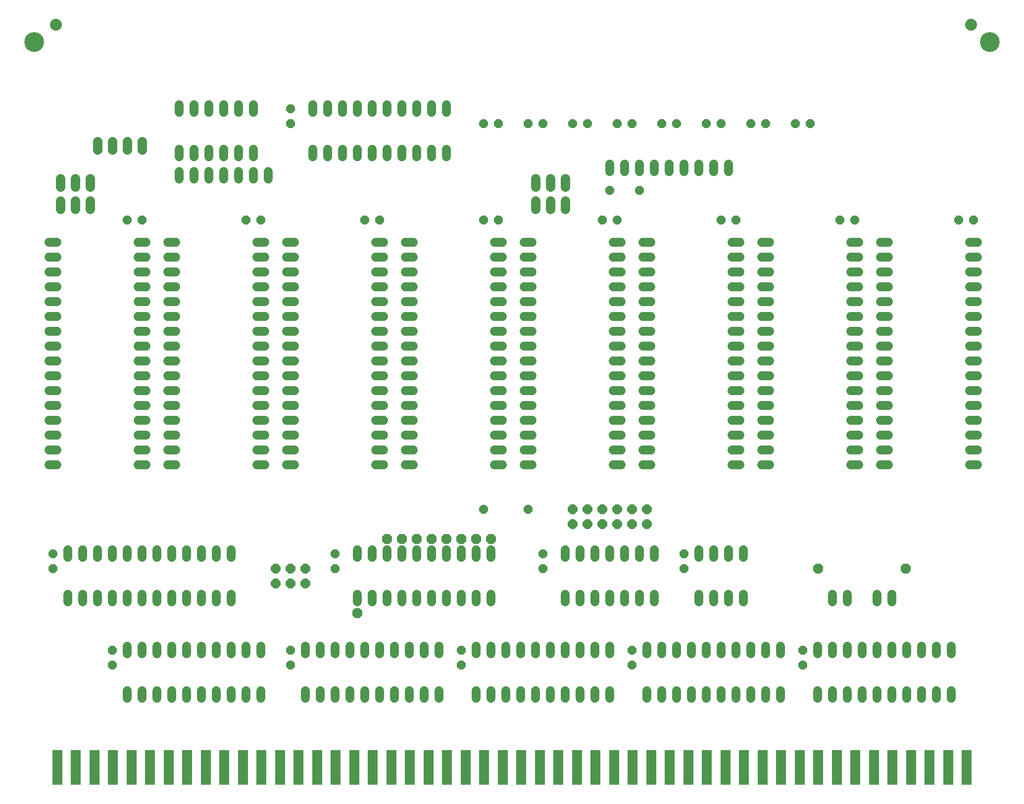
<source format=gts>
G75*
%MOIN*%
%OFA0B0*%
%FSLAX25Y25*%
%IPPOS*%
%LPD*%
%AMOC8*
5,1,8,0,0,1.08239X$1,22.5*
%
%ADD10C,0.06000*%
%ADD11R,0.06800X0.23800*%
%ADD12C,0.13300*%
%ADD13C,0.08000*%
%ADD14OC8,0.06000*%
%ADD15OC8,0.06800*%
%ADD16C,0.06400*%
%ADD17OC8,0.06400*%
D10*
X0091300Y0064250D02*
X0091300Y0069450D01*
X0101300Y0069450D02*
X0101300Y0064250D01*
X0111300Y0064250D02*
X0111300Y0069450D01*
X0121300Y0069450D02*
X0121300Y0064250D01*
X0131300Y0064250D02*
X0131300Y0069450D01*
X0141300Y0069450D02*
X0141300Y0064250D01*
X0151300Y0064250D02*
X0151300Y0069450D01*
X0161300Y0069450D02*
X0161300Y0064250D01*
X0171300Y0064250D02*
X0171300Y0069450D01*
X0181300Y0069450D02*
X0181300Y0064250D01*
X0211300Y0064250D02*
X0211300Y0069450D01*
X0221300Y0069450D02*
X0221300Y0064250D01*
X0231300Y0064250D02*
X0231300Y0069450D01*
X0241300Y0069450D02*
X0241300Y0064250D01*
X0251300Y0064250D02*
X0251300Y0069450D01*
X0261300Y0069450D02*
X0261300Y0064250D01*
X0271300Y0064250D02*
X0271300Y0069450D01*
X0281300Y0069450D02*
X0281300Y0064250D01*
X0291300Y0064250D02*
X0291300Y0069450D01*
X0301300Y0069450D02*
X0301300Y0064250D01*
X0326300Y0064250D02*
X0326300Y0069450D01*
X0336300Y0069450D02*
X0336300Y0064250D01*
X0346300Y0064250D02*
X0346300Y0069450D01*
X0356300Y0069450D02*
X0356300Y0064250D01*
X0366300Y0064250D02*
X0366300Y0069450D01*
X0376300Y0069450D02*
X0376300Y0064250D01*
X0386300Y0064250D02*
X0386300Y0069450D01*
X0396300Y0069450D02*
X0396300Y0064250D01*
X0406300Y0064250D02*
X0406300Y0069450D01*
X0416300Y0069450D02*
X0416300Y0064250D01*
X0441300Y0064250D02*
X0441300Y0069450D01*
X0451300Y0069450D02*
X0451300Y0064250D01*
X0461300Y0064250D02*
X0461300Y0069450D01*
X0471300Y0069450D02*
X0471300Y0064250D01*
X0481300Y0064250D02*
X0481300Y0069450D01*
X0491300Y0069450D02*
X0491300Y0064250D01*
X0501300Y0064250D02*
X0501300Y0069450D01*
X0511300Y0069450D02*
X0511300Y0064250D01*
X0521300Y0064250D02*
X0521300Y0069450D01*
X0531300Y0069450D02*
X0531300Y0064250D01*
X0556300Y0064250D02*
X0556300Y0069450D01*
X0566300Y0069450D02*
X0566300Y0064250D01*
X0576300Y0064250D02*
X0576300Y0069450D01*
X0586300Y0069450D02*
X0586300Y0064250D01*
X0596300Y0064250D02*
X0596300Y0069450D01*
X0606300Y0069450D02*
X0606300Y0064250D01*
X0616300Y0064250D02*
X0616300Y0069450D01*
X0626300Y0069450D02*
X0626300Y0064250D01*
X0636300Y0064250D02*
X0636300Y0069450D01*
X0646300Y0069450D02*
X0646300Y0064250D01*
X0646300Y0094250D02*
X0646300Y0099450D01*
X0636300Y0099450D02*
X0636300Y0094250D01*
X0626300Y0094250D02*
X0626300Y0099450D01*
X0616300Y0099450D02*
X0616300Y0094250D01*
X0606300Y0094250D02*
X0606300Y0099450D01*
X0596300Y0099450D02*
X0596300Y0094250D01*
X0586300Y0094250D02*
X0586300Y0099450D01*
X0576300Y0099450D02*
X0576300Y0094250D01*
X0566300Y0094250D02*
X0566300Y0099450D01*
X0556300Y0099450D02*
X0556300Y0094250D01*
X0531300Y0094250D02*
X0531300Y0099450D01*
X0521300Y0099450D02*
X0521300Y0094250D01*
X0511300Y0094250D02*
X0511300Y0099450D01*
X0501300Y0099450D02*
X0501300Y0094250D01*
X0491300Y0094250D02*
X0491300Y0099450D01*
X0481300Y0099450D02*
X0481300Y0094250D01*
X0471300Y0094250D02*
X0471300Y0099450D01*
X0461300Y0099450D02*
X0461300Y0094250D01*
X0451300Y0094250D02*
X0451300Y0099450D01*
X0441300Y0099450D02*
X0441300Y0094250D01*
X0416300Y0094250D02*
X0416300Y0099450D01*
X0406300Y0099450D02*
X0406300Y0094250D01*
X0396300Y0094250D02*
X0396300Y0099450D01*
X0386300Y0099450D02*
X0386300Y0094250D01*
X0376300Y0094250D02*
X0376300Y0099450D01*
X0366300Y0099450D02*
X0366300Y0094250D01*
X0356300Y0094250D02*
X0356300Y0099450D01*
X0346300Y0099450D02*
X0346300Y0094250D01*
X0336300Y0094250D02*
X0336300Y0099450D01*
X0326300Y0099450D02*
X0326300Y0094250D01*
X0301300Y0094250D02*
X0301300Y0099450D01*
X0291300Y0099450D02*
X0291300Y0094250D01*
X0281300Y0094250D02*
X0281300Y0099450D01*
X0271300Y0099450D02*
X0271300Y0094250D01*
X0261300Y0094250D02*
X0261300Y0099450D01*
X0251300Y0099450D02*
X0251300Y0094250D01*
X0241300Y0094250D02*
X0241300Y0099450D01*
X0231300Y0099450D02*
X0231300Y0094250D01*
X0221300Y0094250D02*
X0221300Y0099450D01*
X0211300Y0099450D02*
X0211300Y0094250D01*
X0181300Y0094250D02*
X0181300Y0099450D01*
X0171300Y0099450D02*
X0171300Y0094250D01*
X0161300Y0094250D02*
X0161300Y0099450D01*
X0151300Y0099450D02*
X0151300Y0094250D01*
X0141300Y0094250D02*
X0141300Y0099450D01*
X0131300Y0099450D02*
X0131300Y0094250D01*
X0121300Y0094250D02*
X0121300Y0099450D01*
X0111300Y0099450D02*
X0111300Y0094250D01*
X0101300Y0094250D02*
X0101300Y0099450D01*
X0091300Y0099450D02*
X0091300Y0094250D01*
X0091300Y0129250D02*
X0091300Y0134450D01*
X0081300Y0134450D02*
X0081300Y0129250D01*
X0071300Y0129250D02*
X0071300Y0134450D01*
X0061300Y0134450D02*
X0061300Y0129250D01*
X0051300Y0129250D02*
X0051300Y0134450D01*
X0051300Y0159250D02*
X0051300Y0164450D01*
X0061300Y0164450D02*
X0061300Y0159250D01*
X0071300Y0159250D02*
X0071300Y0164450D01*
X0081300Y0164450D02*
X0081300Y0159250D01*
X0091300Y0159250D02*
X0091300Y0164450D01*
X0101300Y0164450D02*
X0101300Y0159250D01*
X0111300Y0159250D02*
X0111300Y0164450D01*
X0121300Y0164450D02*
X0121300Y0159250D01*
X0131300Y0159250D02*
X0131300Y0164450D01*
X0141300Y0164450D02*
X0141300Y0159250D01*
X0151300Y0159250D02*
X0151300Y0164450D01*
X0161300Y0164450D02*
X0161300Y0159250D01*
X0161300Y0134450D02*
X0161300Y0129250D01*
X0151300Y0129250D02*
X0151300Y0134450D01*
X0141300Y0134450D02*
X0141300Y0129250D01*
X0131300Y0129250D02*
X0131300Y0134450D01*
X0121300Y0134450D02*
X0121300Y0129250D01*
X0111300Y0129250D02*
X0111300Y0134450D01*
X0101300Y0134450D02*
X0101300Y0129250D01*
X0098700Y0221850D02*
X0103900Y0221850D01*
X0103900Y0231850D02*
X0098700Y0231850D01*
X0098700Y0241850D02*
X0103900Y0241850D01*
X0103900Y0251850D02*
X0098700Y0251850D01*
X0098700Y0261850D02*
X0103900Y0261850D01*
X0103900Y0271850D02*
X0098700Y0271850D01*
X0098700Y0281850D02*
X0103900Y0281850D01*
X0103900Y0291850D02*
X0098700Y0291850D01*
X0098700Y0301850D02*
X0103900Y0301850D01*
X0103900Y0311850D02*
X0098700Y0311850D01*
X0098700Y0321850D02*
X0103900Y0321850D01*
X0103900Y0331850D02*
X0098700Y0331850D01*
X0098700Y0341850D02*
X0103900Y0341850D01*
X0103900Y0351850D02*
X0098700Y0351850D01*
X0098700Y0361850D02*
X0103900Y0361850D01*
X0103900Y0371850D02*
X0098700Y0371850D01*
X0118700Y0371850D02*
X0123900Y0371850D01*
X0123900Y0361850D02*
X0118700Y0361850D01*
X0118700Y0351850D02*
X0123900Y0351850D01*
X0123900Y0341850D02*
X0118700Y0341850D01*
X0118700Y0331850D02*
X0123900Y0331850D01*
X0123900Y0321850D02*
X0118700Y0321850D01*
X0118700Y0311850D02*
X0123900Y0311850D01*
X0123900Y0301850D02*
X0118700Y0301850D01*
X0118700Y0291850D02*
X0123900Y0291850D01*
X0123900Y0281850D02*
X0118700Y0281850D01*
X0118700Y0271850D02*
X0123900Y0271850D01*
X0123900Y0261850D02*
X0118700Y0261850D01*
X0118700Y0251850D02*
X0123900Y0251850D01*
X0123900Y0241850D02*
X0118700Y0241850D01*
X0118700Y0231850D02*
X0123900Y0231850D01*
X0123900Y0221850D02*
X0118700Y0221850D01*
X0178700Y0221850D02*
X0183900Y0221850D01*
X0183900Y0231850D02*
X0178700Y0231850D01*
X0178700Y0241850D02*
X0183900Y0241850D01*
X0183900Y0251850D02*
X0178700Y0251850D01*
X0178700Y0261850D02*
X0183900Y0261850D01*
X0183900Y0271850D02*
X0178700Y0271850D01*
X0178700Y0281850D02*
X0183900Y0281850D01*
X0183900Y0291850D02*
X0178700Y0291850D01*
X0178700Y0301850D02*
X0183900Y0301850D01*
X0183900Y0311850D02*
X0178700Y0311850D01*
X0178700Y0321850D02*
X0183900Y0321850D01*
X0183900Y0331850D02*
X0178700Y0331850D01*
X0178700Y0341850D02*
X0183900Y0341850D01*
X0183900Y0351850D02*
X0178700Y0351850D01*
X0178700Y0361850D02*
X0183900Y0361850D01*
X0183900Y0371850D02*
X0178700Y0371850D01*
X0198700Y0371850D02*
X0203900Y0371850D01*
X0203900Y0361850D02*
X0198700Y0361850D01*
X0198700Y0351850D02*
X0203900Y0351850D01*
X0203900Y0341850D02*
X0198700Y0341850D01*
X0198700Y0331850D02*
X0203900Y0331850D01*
X0203900Y0321850D02*
X0198700Y0321850D01*
X0198700Y0311850D02*
X0203900Y0311850D01*
X0203900Y0301850D02*
X0198700Y0301850D01*
X0198700Y0291850D02*
X0203900Y0291850D01*
X0203900Y0281850D02*
X0198700Y0281850D01*
X0198700Y0271850D02*
X0203900Y0271850D01*
X0203900Y0261850D02*
X0198700Y0261850D01*
X0198700Y0251850D02*
X0203900Y0251850D01*
X0203900Y0241850D02*
X0198700Y0241850D01*
X0198700Y0231850D02*
X0203900Y0231850D01*
X0203900Y0221850D02*
X0198700Y0221850D01*
X0258700Y0221850D02*
X0263900Y0221850D01*
X0263900Y0231850D02*
X0258700Y0231850D01*
X0258700Y0241850D02*
X0263900Y0241850D01*
X0263900Y0251850D02*
X0258700Y0251850D01*
X0258700Y0261850D02*
X0263900Y0261850D01*
X0263900Y0271850D02*
X0258700Y0271850D01*
X0258700Y0281850D02*
X0263900Y0281850D01*
X0263900Y0291850D02*
X0258700Y0291850D01*
X0258700Y0301850D02*
X0263900Y0301850D01*
X0263900Y0311850D02*
X0258700Y0311850D01*
X0258700Y0321850D02*
X0263900Y0321850D01*
X0263900Y0331850D02*
X0258700Y0331850D01*
X0258700Y0341850D02*
X0263900Y0341850D01*
X0263900Y0351850D02*
X0258700Y0351850D01*
X0258700Y0361850D02*
X0263900Y0361850D01*
X0263900Y0371850D02*
X0258700Y0371850D01*
X0278700Y0371850D02*
X0283900Y0371850D01*
X0283900Y0361850D02*
X0278700Y0361850D01*
X0278700Y0351850D02*
X0283900Y0351850D01*
X0283900Y0341850D02*
X0278700Y0341850D01*
X0278700Y0331850D02*
X0283900Y0331850D01*
X0283900Y0321850D02*
X0278700Y0321850D01*
X0278700Y0311850D02*
X0283900Y0311850D01*
X0283900Y0301850D02*
X0278700Y0301850D01*
X0278700Y0291850D02*
X0283900Y0291850D01*
X0283900Y0281850D02*
X0278700Y0281850D01*
X0278700Y0271850D02*
X0283900Y0271850D01*
X0283900Y0261850D02*
X0278700Y0261850D01*
X0278700Y0251850D02*
X0283900Y0251850D01*
X0283900Y0241850D02*
X0278700Y0241850D01*
X0278700Y0231850D02*
X0283900Y0231850D01*
X0283900Y0221850D02*
X0278700Y0221850D01*
X0338700Y0221850D02*
X0343900Y0221850D01*
X0343900Y0231850D02*
X0338700Y0231850D01*
X0338700Y0241850D02*
X0343900Y0241850D01*
X0343900Y0251850D02*
X0338700Y0251850D01*
X0338700Y0261850D02*
X0343900Y0261850D01*
X0343900Y0271850D02*
X0338700Y0271850D01*
X0338700Y0281850D02*
X0343900Y0281850D01*
X0343900Y0291850D02*
X0338700Y0291850D01*
X0338700Y0301850D02*
X0343900Y0301850D01*
X0343900Y0311850D02*
X0338700Y0311850D01*
X0338700Y0321850D02*
X0343900Y0321850D01*
X0343900Y0331850D02*
X0338700Y0331850D01*
X0338700Y0341850D02*
X0343900Y0341850D01*
X0343900Y0351850D02*
X0338700Y0351850D01*
X0338700Y0361850D02*
X0343900Y0361850D01*
X0343900Y0371850D02*
X0338700Y0371850D01*
X0358700Y0371850D02*
X0363900Y0371850D01*
X0363900Y0361850D02*
X0358700Y0361850D01*
X0358700Y0351850D02*
X0363900Y0351850D01*
X0363900Y0341850D02*
X0358700Y0341850D01*
X0358700Y0331850D02*
X0363900Y0331850D01*
X0363900Y0321850D02*
X0358700Y0321850D01*
X0358700Y0311850D02*
X0363900Y0311850D01*
X0363900Y0301850D02*
X0358700Y0301850D01*
X0358700Y0291850D02*
X0363900Y0291850D01*
X0363900Y0281850D02*
X0358700Y0281850D01*
X0358700Y0271850D02*
X0363900Y0271850D01*
X0363900Y0261850D02*
X0358700Y0261850D01*
X0358700Y0251850D02*
X0363900Y0251850D01*
X0363900Y0241850D02*
X0358700Y0241850D01*
X0358700Y0231850D02*
X0363900Y0231850D01*
X0363900Y0221850D02*
X0358700Y0221850D01*
X0418700Y0221850D02*
X0423900Y0221850D01*
X0423900Y0231850D02*
X0418700Y0231850D01*
X0418700Y0241850D02*
X0423900Y0241850D01*
X0423900Y0251850D02*
X0418700Y0251850D01*
X0418700Y0261850D02*
X0423900Y0261850D01*
X0423900Y0271850D02*
X0418700Y0271850D01*
X0418700Y0281850D02*
X0423900Y0281850D01*
X0423900Y0291850D02*
X0418700Y0291850D01*
X0418700Y0301850D02*
X0423900Y0301850D01*
X0423900Y0311850D02*
X0418700Y0311850D01*
X0418700Y0321850D02*
X0423900Y0321850D01*
X0423900Y0331850D02*
X0418700Y0331850D01*
X0418700Y0341850D02*
X0423900Y0341850D01*
X0423900Y0351850D02*
X0418700Y0351850D01*
X0418700Y0361850D02*
X0423900Y0361850D01*
X0423900Y0371850D02*
X0418700Y0371850D01*
X0438700Y0371850D02*
X0443900Y0371850D01*
X0443900Y0361850D02*
X0438700Y0361850D01*
X0438700Y0351850D02*
X0443900Y0351850D01*
X0443900Y0341850D02*
X0438700Y0341850D01*
X0438700Y0331850D02*
X0443900Y0331850D01*
X0443900Y0321850D02*
X0438700Y0321850D01*
X0438700Y0311850D02*
X0443900Y0311850D01*
X0443900Y0301850D02*
X0438700Y0301850D01*
X0438700Y0291850D02*
X0443900Y0291850D01*
X0443900Y0281850D02*
X0438700Y0281850D01*
X0438700Y0271850D02*
X0443900Y0271850D01*
X0443900Y0261850D02*
X0438700Y0261850D01*
X0438700Y0251850D02*
X0443900Y0251850D01*
X0443900Y0241850D02*
X0438700Y0241850D01*
X0438700Y0231850D02*
X0443900Y0231850D01*
X0443900Y0221850D02*
X0438700Y0221850D01*
X0498700Y0221850D02*
X0503900Y0221850D01*
X0503900Y0231850D02*
X0498700Y0231850D01*
X0498700Y0241850D02*
X0503900Y0241850D01*
X0503900Y0251850D02*
X0498700Y0251850D01*
X0498700Y0261850D02*
X0503900Y0261850D01*
X0503900Y0271850D02*
X0498700Y0271850D01*
X0498700Y0281850D02*
X0503900Y0281850D01*
X0503900Y0291850D02*
X0498700Y0291850D01*
X0498700Y0301850D02*
X0503900Y0301850D01*
X0503900Y0311850D02*
X0498700Y0311850D01*
X0498700Y0321850D02*
X0503900Y0321850D01*
X0503900Y0331850D02*
X0498700Y0331850D01*
X0498700Y0341850D02*
X0503900Y0341850D01*
X0503900Y0351850D02*
X0498700Y0351850D01*
X0498700Y0361850D02*
X0503900Y0361850D01*
X0503900Y0371850D02*
X0498700Y0371850D01*
X0518700Y0371850D02*
X0523900Y0371850D01*
X0523900Y0361850D02*
X0518700Y0361850D01*
X0518700Y0351850D02*
X0523900Y0351850D01*
X0523900Y0341850D02*
X0518700Y0341850D01*
X0518700Y0331850D02*
X0523900Y0331850D01*
X0523900Y0321850D02*
X0518700Y0321850D01*
X0518700Y0311850D02*
X0523900Y0311850D01*
X0523900Y0301850D02*
X0518700Y0301850D01*
X0518700Y0291850D02*
X0523900Y0291850D01*
X0523900Y0281850D02*
X0518700Y0281850D01*
X0518700Y0271850D02*
X0523900Y0271850D01*
X0523900Y0261850D02*
X0518700Y0261850D01*
X0518700Y0251850D02*
X0523900Y0251850D01*
X0523900Y0241850D02*
X0518700Y0241850D01*
X0518700Y0231850D02*
X0523900Y0231850D01*
X0523900Y0221850D02*
X0518700Y0221850D01*
X0578700Y0221850D02*
X0583900Y0221850D01*
X0583900Y0231850D02*
X0578700Y0231850D01*
X0578700Y0241850D02*
X0583900Y0241850D01*
X0583900Y0251850D02*
X0578700Y0251850D01*
X0578700Y0261850D02*
X0583900Y0261850D01*
X0583900Y0271850D02*
X0578700Y0271850D01*
X0578700Y0281850D02*
X0583900Y0281850D01*
X0583900Y0291850D02*
X0578700Y0291850D01*
X0578700Y0301850D02*
X0583900Y0301850D01*
X0583900Y0311850D02*
X0578700Y0311850D01*
X0578700Y0321850D02*
X0583900Y0321850D01*
X0583900Y0331850D02*
X0578700Y0331850D01*
X0578700Y0341850D02*
X0583900Y0341850D01*
X0583900Y0351850D02*
X0578700Y0351850D01*
X0578700Y0361850D02*
X0583900Y0361850D01*
X0583900Y0371850D02*
X0578700Y0371850D01*
X0598700Y0371850D02*
X0603900Y0371850D01*
X0603900Y0361850D02*
X0598700Y0361850D01*
X0598700Y0351850D02*
X0603900Y0351850D01*
X0603900Y0341850D02*
X0598700Y0341850D01*
X0598700Y0331850D02*
X0603900Y0331850D01*
X0603900Y0321850D02*
X0598700Y0321850D01*
X0598700Y0311850D02*
X0603900Y0311850D01*
X0603900Y0301850D02*
X0598700Y0301850D01*
X0598700Y0291850D02*
X0603900Y0291850D01*
X0603900Y0281850D02*
X0598700Y0281850D01*
X0598700Y0271850D02*
X0603900Y0271850D01*
X0603900Y0261850D02*
X0598700Y0261850D01*
X0598700Y0251850D02*
X0603900Y0251850D01*
X0603900Y0241850D02*
X0598700Y0241850D01*
X0598700Y0231850D02*
X0603900Y0231850D01*
X0603900Y0221850D02*
X0598700Y0221850D01*
X0658700Y0221850D02*
X0663900Y0221850D01*
X0663900Y0231850D02*
X0658700Y0231850D01*
X0658700Y0241850D02*
X0663900Y0241850D01*
X0663900Y0251850D02*
X0658700Y0251850D01*
X0658700Y0261850D02*
X0663900Y0261850D01*
X0663900Y0271850D02*
X0658700Y0271850D01*
X0658700Y0281850D02*
X0663900Y0281850D01*
X0663900Y0291850D02*
X0658700Y0291850D01*
X0658700Y0301850D02*
X0663900Y0301850D01*
X0663900Y0311850D02*
X0658700Y0311850D01*
X0658700Y0321850D02*
X0663900Y0321850D01*
X0663900Y0331850D02*
X0658700Y0331850D01*
X0658700Y0341850D02*
X0663900Y0341850D01*
X0663900Y0351850D02*
X0658700Y0351850D01*
X0658700Y0361850D02*
X0663900Y0361850D01*
X0663900Y0371850D02*
X0658700Y0371850D01*
X0496300Y0419250D02*
X0496300Y0424450D01*
X0486300Y0424450D02*
X0486300Y0419250D01*
X0476300Y0419250D02*
X0476300Y0424450D01*
X0466300Y0424450D02*
X0466300Y0419250D01*
X0456300Y0419250D02*
X0456300Y0424450D01*
X0446300Y0424450D02*
X0446300Y0419250D01*
X0436300Y0419250D02*
X0436300Y0424450D01*
X0426300Y0424450D02*
X0426300Y0419250D01*
X0416300Y0419250D02*
X0416300Y0424450D01*
X0306300Y0429250D02*
X0306300Y0434450D01*
X0296300Y0434450D02*
X0296300Y0429250D01*
X0286300Y0429250D02*
X0286300Y0434450D01*
X0276300Y0434450D02*
X0276300Y0429250D01*
X0266300Y0429250D02*
X0266300Y0434450D01*
X0256300Y0434450D02*
X0256300Y0429250D01*
X0246300Y0429250D02*
X0246300Y0434450D01*
X0236300Y0434450D02*
X0236300Y0429250D01*
X0226300Y0429250D02*
X0226300Y0434450D01*
X0216300Y0434450D02*
X0216300Y0429250D01*
X0216300Y0459250D02*
X0216300Y0464450D01*
X0226300Y0464450D02*
X0226300Y0459250D01*
X0236300Y0459250D02*
X0236300Y0464450D01*
X0246300Y0464450D02*
X0246300Y0459250D01*
X0256300Y0459250D02*
X0256300Y0464450D01*
X0266300Y0464450D02*
X0266300Y0459250D01*
X0276300Y0459250D02*
X0276300Y0464450D01*
X0286300Y0464450D02*
X0286300Y0459250D01*
X0296300Y0459250D02*
X0296300Y0464450D01*
X0306300Y0464450D02*
X0306300Y0459250D01*
X0186300Y0419450D02*
X0186300Y0414250D01*
X0176300Y0414250D02*
X0176300Y0419450D01*
X0166300Y0419450D02*
X0166300Y0414250D01*
X0156300Y0414250D02*
X0156300Y0419450D01*
X0146300Y0419450D02*
X0146300Y0414250D01*
X0136300Y0414250D02*
X0136300Y0419450D01*
X0126300Y0419450D02*
X0126300Y0414250D01*
X0126300Y0429250D02*
X0126300Y0434450D01*
X0136300Y0434450D02*
X0136300Y0429250D01*
X0146300Y0429250D02*
X0146300Y0434450D01*
X0156300Y0434450D02*
X0156300Y0429250D01*
X0166300Y0429250D02*
X0166300Y0434450D01*
X0176300Y0434450D02*
X0176300Y0429250D01*
X0176300Y0459250D02*
X0176300Y0464450D01*
X0166300Y0464450D02*
X0166300Y0459250D01*
X0156300Y0459250D02*
X0156300Y0464450D01*
X0146300Y0464450D02*
X0146300Y0459250D01*
X0136300Y0459250D02*
X0136300Y0464450D01*
X0126300Y0464450D02*
X0126300Y0459250D01*
X0043900Y0371850D02*
X0038700Y0371850D01*
X0038700Y0361850D02*
X0043900Y0361850D01*
X0043900Y0351850D02*
X0038700Y0351850D01*
X0038700Y0341850D02*
X0043900Y0341850D01*
X0043900Y0331850D02*
X0038700Y0331850D01*
X0038700Y0321850D02*
X0043900Y0321850D01*
X0043900Y0311850D02*
X0038700Y0311850D01*
X0038700Y0301850D02*
X0043900Y0301850D01*
X0043900Y0291850D02*
X0038700Y0291850D01*
X0038700Y0281850D02*
X0043900Y0281850D01*
X0043900Y0271850D02*
X0038700Y0271850D01*
X0038700Y0261850D02*
X0043900Y0261850D01*
X0043900Y0251850D02*
X0038700Y0251850D01*
X0038700Y0241850D02*
X0043900Y0241850D01*
X0043900Y0231850D02*
X0038700Y0231850D01*
X0038700Y0221850D02*
X0043900Y0221850D01*
X0246300Y0164450D02*
X0246300Y0159250D01*
X0256300Y0159250D02*
X0256300Y0164450D01*
X0266300Y0164450D02*
X0266300Y0159250D01*
X0276300Y0159250D02*
X0276300Y0164450D01*
X0286300Y0164450D02*
X0286300Y0159250D01*
X0296300Y0159250D02*
X0296300Y0164450D01*
X0306300Y0164450D02*
X0306300Y0159250D01*
X0316300Y0159250D02*
X0316300Y0164450D01*
X0326300Y0164450D02*
X0326300Y0159250D01*
X0336300Y0159250D02*
X0336300Y0164450D01*
X0336300Y0134450D02*
X0336300Y0129250D01*
X0326300Y0129250D02*
X0326300Y0134450D01*
X0316300Y0134450D02*
X0316300Y0129250D01*
X0306300Y0129250D02*
X0306300Y0134450D01*
X0296300Y0134450D02*
X0296300Y0129250D01*
X0286300Y0129250D02*
X0286300Y0134450D01*
X0276300Y0134450D02*
X0276300Y0129250D01*
X0266300Y0129250D02*
X0266300Y0134450D01*
X0256300Y0134450D02*
X0256300Y0129250D01*
X0246300Y0129250D02*
X0246300Y0134450D01*
X0386300Y0134450D02*
X0386300Y0129250D01*
X0396300Y0129250D02*
X0396300Y0134450D01*
X0406300Y0134450D02*
X0406300Y0129250D01*
X0416300Y0129250D02*
X0416300Y0134450D01*
X0426300Y0134450D02*
X0426300Y0129250D01*
X0436300Y0129250D02*
X0436300Y0134450D01*
X0446300Y0134450D02*
X0446300Y0129250D01*
X0476300Y0129250D02*
X0476300Y0134450D01*
X0486300Y0134450D02*
X0486300Y0129250D01*
X0496300Y0129250D02*
X0496300Y0134450D01*
X0506300Y0134450D02*
X0506300Y0129250D01*
X0506300Y0159250D02*
X0506300Y0164450D01*
X0496300Y0164450D02*
X0496300Y0159250D01*
X0486300Y0159250D02*
X0486300Y0164450D01*
X0476300Y0164450D02*
X0476300Y0159250D01*
X0446300Y0159250D02*
X0446300Y0164450D01*
X0436300Y0164450D02*
X0436300Y0159250D01*
X0426300Y0159250D02*
X0426300Y0164450D01*
X0416300Y0164450D02*
X0416300Y0159250D01*
X0406300Y0159250D02*
X0406300Y0164450D01*
X0396300Y0164450D02*
X0396300Y0159250D01*
X0386300Y0159250D02*
X0386300Y0164450D01*
X0566300Y0134450D02*
X0566300Y0129250D01*
X0576300Y0129250D02*
X0576300Y0134450D01*
X0596300Y0134450D02*
X0596300Y0129250D01*
X0606300Y0129250D02*
X0606300Y0134450D01*
D11*
X0044300Y0017850D03*
X0056800Y0017850D03*
X0069300Y0017850D03*
X0081800Y0017850D03*
X0094300Y0017850D03*
X0106800Y0017850D03*
X0119300Y0017850D03*
X0131800Y0017850D03*
X0144300Y0017850D03*
X0156800Y0017850D03*
X0169300Y0017850D03*
X0181800Y0017850D03*
X0194300Y0017850D03*
X0206800Y0017850D03*
X0219300Y0017850D03*
X0231800Y0017850D03*
X0244300Y0017850D03*
X0256800Y0017850D03*
X0269300Y0017850D03*
X0281800Y0017850D03*
X0294300Y0017850D03*
X0306800Y0017850D03*
X0319300Y0017850D03*
X0331800Y0017850D03*
X0344300Y0017850D03*
X0356800Y0017850D03*
X0369300Y0017850D03*
X0381800Y0017850D03*
X0394300Y0017850D03*
X0406800Y0017850D03*
X0419300Y0017850D03*
X0431800Y0017850D03*
X0444300Y0017850D03*
X0456800Y0017850D03*
X0469300Y0017850D03*
X0481800Y0017850D03*
X0494300Y0017850D03*
X0506800Y0017850D03*
X0519300Y0017850D03*
X0531800Y0017850D03*
X0544300Y0017850D03*
X0556800Y0017850D03*
X0569300Y0017850D03*
X0581800Y0017850D03*
X0594300Y0017850D03*
X0606800Y0017850D03*
X0619300Y0017850D03*
X0631800Y0017850D03*
X0644300Y0017850D03*
X0656800Y0017850D03*
D12*
X0672300Y0506850D03*
X0028800Y0506850D03*
D13*
X0043300Y0518350D03*
X0659800Y0518350D03*
D14*
X0551300Y0451850D03*
X0541300Y0451850D03*
X0521300Y0451850D03*
X0511300Y0451850D03*
X0491300Y0451850D03*
X0481300Y0451850D03*
X0461300Y0451850D03*
X0451300Y0451850D03*
X0431300Y0451850D03*
X0421300Y0451850D03*
X0401300Y0451850D03*
X0391300Y0451850D03*
X0371300Y0451850D03*
X0361300Y0451850D03*
X0341300Y0451850D03*
X0331300Y0451850D03*
X0331300Y0386850D03*
X0341300Y0386850D03*
X0411300Y0386850D03*
X0421300Y0386850D03*
X0416300Y0406850D03*
X0436300Y0406850D03*
X0491300Y0386850D03*
X0501300Y0386850D03*
X0571300Y0386850D03*
X0581300Y0386850D03*
X0651300Y0386850D03*
X0661300Y0386850D03*
X0466300Y0161850D03*
X0466300Y0151850D03*
X0431300Y0096850D03*
X0431300Y0086850D03*
X0371300Y0151850D03*
X0371300Y0161850D03*
X0361300Y0191850D03*
X0331300Y0191850D03*
X0231300Y0161850D03*
X0231300Y0151850D03*
X0201300Y0096850D03*
X0201300Y0086850D03*
X0316300Y0086850D03*
X0316300Y0096850D03*
X0546300Y0096850D03*
X0546300Y0086850D03*
X0261300Y0386850D03*
X0251300Y0386850D03*
X0181300Y0386850D03*
X0171300Y0386850D03*
X0101300Y0386850D03*
X0091300Y0386850D03*
X0201300Y0451850D03*
X0201300Y0461850D03*
X0041300Y0161850D03*
X0041300Y0151850D03*
X0081300Y0096850D03*
X0081300Y0086850D03*
D15*
X0246300Y0121850D03*
X0266300Y0171850D03*
X0276300Y0171850D03*
X0286300Y0171850D03*
X0296300Y0171850D03*
X0306300Y0171850D03*
X0316300Y0171850D03*
X0326300Y0171850D03*
X0336300Y0171850D03*
X0556800Y0151850D03*
X0615800Y0151850D03*
D16*
X0386300Y0394050D02*
X0386300Y0399650D01*
X0376300Y0399650D02*
X0376300Y0394050D01*
X0366300Y0394050D02*
X0366300Y0399650D01*
X0366300Y0409050D02*
X0366300Y0414650D01*
X0376300Y0414650D02*
X0376300Y0409050D01*
X0386300Y0409050D02*
X0386300Y0414650D01*
X0101300Y0434050D02*
X0101300Y0439650D01*
X0091300Y0439650D02*
X0091300Y0434050D01*
X0081300Y0434050D02*
X0081300Y0439650D01*
X0071300Y0439650D02*
X0071300Y0434050D01*
X0066300Y0414650D02*
X0066300Y0409050D01*
X0066300Y0399650D02*
X0066300Y0394050D01*
X0056300Y0394050D02*
X0056300Y0399650D01*
X0046300Y0399650D02*
X0046300Y0394050D01*
X0046300Y0409050D02*
X0046300Y0414650D01*
X0056300Y0414650D02*
X0056300Y0409050D01*
D17*
X0391300Y0191850D03*
X0401300Y0191850D03*
X0401300Y0181850D03*
X0391300Y0181850D03*
X0411300Y0181850D03*
X0421300Y0181850D03*
X0421300Y0191850D03*
X0411300Y0191850D03*
X0431300Y0191850D03*
X0441300Y0191850D03*
X0441300Y0181850D03*
X0431300Y0181850D03*
X0211300Y0151850D03*
X0211300Y0141850D03*
X0201300Y0141850D03*
X0201300Y0151850D03*
X0191300Y0151850D03*
X0191300Y0141850D03*
M02*

</source>
